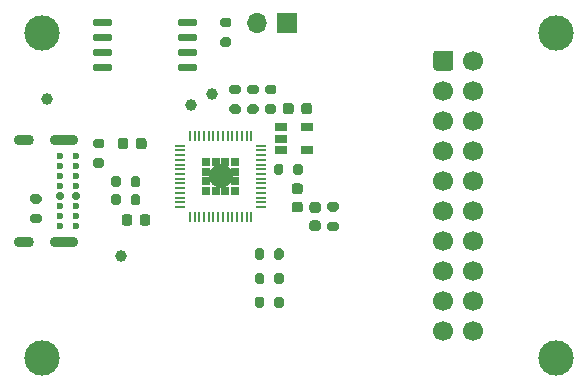
<source format=gbs>
G04 #@! TF.GenerationSoftware,KiCad,Pcbnew,(5.1.10-1-10_14)*
G04 #@! TF.CreationDate,2022-06-04T01:49:53+09:00*
G04 #@! TF.ProjectId,cmsis-dap_rp2040,636d7369-732d-4646-9170-5f7270323034,rev?*
G04 #@! TF.SameCoordinates,Original*
G04 #@! TF.FileFunction,Soldermask,Bot*
G04 #@! TF.FilePolarity,Negative*
%FSLAX46Y46*%
G04 Gerber Fmt 4.6, Leading zero omitted, Abs format (unit mm)*
G04 Created by KiCad (PCBNEW (5.1.10-1-10_14)) date 2022-06-04 01:49:53*
%MOMM*%
%LPD*%
G01*
G04 APERTURE LIST*
%ADD10C,2.000000*%
%ADD11R,0.800000X0.800000*%
%ADD12O,0.875000X0.200000*%
%ADD13O,0.200000X0.875000*%
%ADD14C,1.000000*%
%ADD15O,1.700000X1.700000*%
%ADD16R,1.700000X1.700000*%
%ADD17C,1.700000*%
%ADD18R,1.060000X0.650000*%
%ADD19O,1.700000X0.900000*%
%ADD20O,2.400000X0.900000*%
%ADD21C,0.700000*%
%ADD22C,0.600000*%
%ADD23C,3.000000*%
G04 APERTURE END LIST*
G04 #@! TO.C,C16*
G36*
G01*
X110565000Y-62340000D02*
X110565000Y-62840000D01*
G75*
G02*
X110340000Y-63065000I-225000J0D01*
G01*
X109890000Y-63065000D01*
G75*
G02*
X109665000Y-62840000I0J225000D01*
G01*
X109665000Y-62340000D01*
G75*
G02*
X109890000Y-62115000I225000J0D01*
G01*
X110340000Y-62115000D01*
G75*
G02*
X110565000Y-62340000I0J-225000D01*
G01*
G37*
G36*
G01*
X112115000Y-62340000D02*
X112115000Y-62840000D01*
G75*
G02*
X111890000Y-63065000I-225000J0D01*
G01*
X111440000Y-63065000D01*
G75*
G02*
X111215000Y-62840000I0J225000D01*
G01*
X111215000Y-62340000D01*
G75*
G02*
X111440000Y-62115000I225000J0D01*
G01*
X111890000Y-62115000D01*
G75*
G02*
X112115000Y-62340000I0J-225000D01*
G01*
G37*
G04 #@! TD*
D10*
G04 #@! TO.C,U3*
X118380000Y-65360000D03*
D11*
X119580000Y-66560000D03*
X118780000Y-66560000D03*
X117980000Y-66560000D03*
X117180000Y-66560000D03*
X119580000Y-65760000D03*
X118780000Y-65760000D03*
X117980000Y-65760000D03*
X117180000Y-65760000D03*
X119580000Y-64960000D03*
X118780000Y-64960000D03*
X117980000Y-64960000D03*
X117180000Y-64960000D03*
X119580000Y-64160000D03*
X118780000Y-64160000D03*
X117980000Y-64160000D03*
X117180000Y-64160000D03*
D12*
X114942500Y-62760000D03*
X114942500Y-63160000D03*
X114942500Y-63560000D03*
X114942500Y-63960000D03*
X114942500Y-64360000D03*
X114942500Y-64760000D03*
X114942500Y-65160000D03*
X114942500Y-65560000D03*
X114942500Y-65960000D03*
X114942500Y-66360000D03*
X114942500Y-66760000D03*
X114942500Y-67160000D03*
X114942500Y-67560000D03*
X114942500Y-67960000D03*
D13*
X115780000Y-68797500D03*
X116180000Y-68797500D03*
X116580000Y-68797500D03*
X116980000Y-68797500D03*
X117380000Y-68797500D03*
X117780000Y-68797500D03*
X118180000Y-68797500D03*
X118580000Y-68797500D03*
X118980000Y-68797500D03*
X119380000Y-68797500D03*
X119780000Y-68797500D03*
X120180000Y-68797500D03*
X120580000Y-68797500D03*
X120980000Y-68797500D03*
D12*
X121817500Y-67960000D03*
X121817500Y-67560000D03*
X121817500Y-67160000D03*
X121817500Y-66760000D03*
X121817500Y-66360000D03*
X121817500Y-65960000D03*
X121817500Y-65560000D03*
X121817500Y-65160000D03*
X121817500Y-64760000D03*
X121817500Y-64360000D03*
X121817500Y-63960000D03*
X121817500Y-63560000D03*
X121817500Y-63160000D03*
X121817500Y-62760000D03*
D13*
X120980000Y-61922500D03*
X120580000Y-61922500D03*
X120180000Y-61922500D03*
X119780000Y-61922500D03*
X119380000Y-61922500D03*
X118980000Y-61922500D03*
X118580000Y-61922500D03*
X118180000Y-61922500D03*
X117780000Y-61922500D03*
X117380000Y-61922500D03*
X116980000Y-61922500D03*
X116580000Y-61922500D03*
X116180000Y-61922500D03*
X115780000Y-61922500D03*
G04 #@! TD*
D14*
G04 #@! TO.C,TP10*
X103690000Y-58820000D03*
G04 #@! TD*
G04 #@! TO.C,TP9*
X117640000Y-58370000D03*
G04 #@! TD*
G04 #@! TO.C,TP8*
X115840000Y-59340000D03*
G04 #@! TD*
G04 #@! TO.C,R12*
G36*
G01*
X123705000Y-64485000D02*
X123705000Y-65035000D01*
G75*
G02*
X123505000Y-65235000I-200000J0D01*
G01*
X123105000Y-65235000D01*
G75*
G02*
X122905000Y-65035000I0J200000D01*
G01*
X122905000Y-64485000D01*
G75*
G02*
X123105000Y-64285000I200000J0D01*
G01*
X123505000Y-64285000D01*
G75*
G02*
X123705000Y-64485000I0J-200000D01*
G01*
G37*
G36*
G01*
X125355000Y-64485000D02*
X125355000Y-65035000D01*
G75*
G02*
X125155000Y-65235000I-200000J0D01*
G01*
X124755000Y-65235000D01*
G75*
G02*
X124555000Y-65035000I0J200000D01*
G01*
X124555000Y-64485000D01*
G75*
G02*
X124755000Y-64285000I200000J0D01*
G01*
X125155000Y-64285000D01*
G75*
G02*
X125355000Y-64485000I0J-200000D01*
G01*
G37*
G04 #@! TD*
D15*
G04 #@! TO.C,J2*
X121440000Y-52350000D03*
D16*
X123980000Y-52350000D03*
G04 #@! TD*
G04 #@! TO.C,U2*
G36*
G01*
X109180000Y-52195000D02*
X109180000Y-52495000D01*
G75*
G02*
X109030000Y-52645000I-150000J0D01*
G01*
X107730000Y-52645000D01*
G75*
G02*
X107580000Y-52495000I0J150000D01*
G01*
X107580000Y-52195000D01*
G75*
G02*
X107730000Y-52045000I150000J0D01*
G01*
X109030000Y-52045000D01*
G75*
G02*
X109180000Y-52195000I0J-150000D01*
G01*
G37*
G36*
G01*
X109180000Y-53465000D02*
X109180000Y-53765000D01*
G75*
G02*
X109030000Y-53915000I-150000J0D01*
G01*
X107730000Y-53915000D01*
G75*
G02*
X107580000Y-53765000I0J150000D01*
G01*
X107580000Y-53465000D01*
G75*
G02*
X107730000Y-53315000I150000J0D01*
G01*
X109030000Y-53315000D01*
G75*
G02*
X109180000Y-53465000I0J-150000D01*
G01*
G37*
G36*
G01*
X109180000Y-54735000D02*
X109180000Y-55035000D01*
G75*
G02*
X109030000Y-55185000I-150000J0D01*
G01*
X107730000Y-55185000D01*
G75*
G02*
X107580000Y-55035000I0J150000D01*
G01*
X107580000Y-54735000D01*
G75*
G02*
X107730000Y-54585000I150000J0D01*
G01*
X109030000Y-54585000D01*
G75*
G02*
X109180000Y-54735000I0J-150000D01*
G01*
G37*
G36*
G01*
X109180000Y-56005000D02*
X109180000Y-56305000D01*
G75*
G02*
X109030000Y-56455000I-150000J0D01*
G01*
X107730000Y-56455000D01*
G75*
G02*
X107580000Y-56305000I0J150000D01*
G01*
X107580000Y-56005000D01*
G75*
G02*
X107730000Y-55855000I150000J0D01*
G01*
X109030000Y-55855000D01*
G75*
G02*
X109180000Y-56005000I0J-150000D01*
G01*
G37*
G36*
G01*
X116380000Y-56005000D02*
X116380000Y-56305000D01*
G75*
G02*
X116230000Y-56455000I-150000J0D01*
G01*
X114930000Y-56455000D01*
G75*
G02*
X114780000Y-56305000I0J150000D01*
G01*
X114780000Y-56005000D01*
G75*
G02*
X114930000Y-55855000I150000J0D01*
G01*
X116230000Y-55855000D01*
G75*
G02*
X116380000Y-56005000I0J-150000D01*
G01*
G37*
G36*
G01*
X116380000Y-54735000D02*
X116380000Y-55035000D01*
G75*
G02*
X116230000Y-55185000I-150000J0D01*
G01*
X114930000Y-55185000D01*
G75*
G02*
X114780000Y-55035000I0J150000D01*
G01*
X114780000Y-54735000D01*
G75*
G02*
X114930000Y-54585000I150000J0D01*
G01*
X116230000Y-54585000D01*
G75*
G02*
X116380000Y-54735000I0J-150000D01*
G01*
G37*
G36*
G01*
X116380000Y-53465000D02*
X116380000Y-53765000D01*
G75*
G02*
X116230000Y-53915000I-150000J0D01*
G01*
X114930000Y-53915000D01*
G75*
G02*
X114780000Y-53765000I0J150000D01*
G01*
X114780000Y-53465000D01*
G75*
G02*
X114930000Y-53315000I150000J0D01*
G01*
X116230000Y-53315000D01*
G75*
G02*
X116380000Y-53465000I0J-150000D01*
G01*
G37*
G36*
G01*
X116380000Y-52195000D02*
X116380000Y-52495000D01*
G75*
G02*
X116230000Y-52645000I-150000J0D01*
G01*
X114930000Y-52645000D01*
G75*
G02*
X114780000Y-52495000I0J150000D01*
G01*
X114780000Y-52195000D01*
G75*
G02*
X114930000Y-52045000I150000J0D01*
G01*
X116230000Y-52045000D01*
G75*
G02*
X116380000Y-52195000I0J-150000D01*
G01*
G37*
G04 #@! TD*
G04 #@! TO.C,R16*
G36*
G01*
X121395000Y-60065000D02*
X120845000Y-60065000D01*
G75*
G02*
X120645000Y-59865000I0J200000D01*
G01*
X120645000Y-59465000D01*
G75*
G02*
X120845000Y-59265000I200000J0D01*
G01*
X121395000Y-59265000D01*
G75*
G02*
X121595000Y-59465000I0J-200000D01*
G01*
X121595000Y-59865000D01*
G75*
G02*
X121395000Y-60065000I-200000J0D01*
G01*
G37*
G36*
G01*
X121395000Y-58415000D02*
X120845000Y-58415000D01*
G75*
G02*
X120645000Y-58215000I0J200000D01*
G01*
X120645000Y-57815000D01*
G75*
G02*
X120845000Y-57615000I200000J0D01*
G01*
X121395000Y-57615000D01*
G75*
G02*
X121595000Y-57815000I0J-200000D01*
G01*
X121595000Y-58215000D01*
G75*
G02*
X121395000Y-58415000I-200000J0D01*
G01*
G37*
G04 #@! TD*
G04 #@! TO.C,R15*
G36*
G01*
X122935000Y-74295000D02*
X122935000Y-73745000D01*
G75*
G02*
X123135000Y-73545000I200000J0D01*
G01*
X123535000Y-73545000D01*
G75*
G02*
X123735000Y-73745000I0J-200000D01*
G01*
X123735000Y-74295000D01*
G75*
G02*
X123535000Y-74495000I-200000J0D01*
G01*
X123135000Y-74495000D01*
G75*
G02*
X122935000Y-74295000I0J200000D01*
G01*
G37*
G36*
G01*
X121285000Y-74295000D02*
X121285000Y-73745000D01*
G75*
G02*
X121485000Y-73545000I200000J0D01*
G01*
X121885000Y-73545000D01*
G75*
G02*
X122085000Y-73745000I0J-200000D01*
G01*
X122085000Y-74295000D01*
G75*
G02*
X121885000Y-74495000I-200000J0D01*
G01*
X121485000Y-74495000D01*
G75*
G02*
X121285000Y-74295000I0J200000D01*
G01*
G37*
G04 #@! TD*
G04 #@! TO.C,R14*
G36*
G01*
X122905000Y-60055000D02*
X122355000Y-60055000D01*
G75*
G02*
X122155000Y-59855000I0J200000D01*
G01*
X122155000Y-59455000D01*
G75*
G02*
X122355000Y-59255000I200000J0D01*
G01*
X122905000Y-59255000D01*
G75*
G02*
X123105000Y-59455000I0J-200000D01*
G01*
X123105000Y-59855000D01*
G75*
G02*
X122905000Y-60055000I-200000J0D01*
G01*
G37*
G36*
G01*
X122905000Y-58405000D02*
X122355000Y-58405000D01*
G75*
G02*
X122155000Y-58205000I0J200000D01*
G01*
X122155000Y-57805000D01*
G75*
G02*
X122355000Y-57605000I200000J0D01*
G01*
X122905000Y-57605000D01*
G75*
G02*
X123105000Y-57805000I0J-200000D01*
G01*
X123105000Y-58205000D01*
G75*
G02*
X122905000Y-58405000I-200000J0D01*
G01*
G37*
G04 #@! TD*
G04 #@! TO.C,R13*
G36*
G01*
X122925000Y-72215000D02*
X122925000Y-71665000D01*
G75*
G02*
X123125000Y-71465000I200000J0D01*
G01*
X123525000Y-71465000D01*
G75*
G02*
X123725000Y-71665000I0J-200000D01*
G01*
X123725000Y-72215000D01*
G75*
G02*
X123525000Y-72415000I-200000J0D01*
G01*
X123125000Y-72415000D01*
G75*
G02*
X122925000Y-72215000I0J200000D01*
G01*
G37*
G36*
G01*
X121275000Y-72215000D02*
X121275000Y-71665000D01*
G75*
G02*
X121475000Y-71465000I200000J0D01*
G01*
X121875000Y-71465000D01*
G75*
G02*
X122075000Y-71665000I0J-200000D01*
G01*
X122075000Y-72215000D01*
G75*
G02*
X121875000Y-72415000I-200000J0D01*
G01*
X121475000Y-72415000D01*
G75*
G02*
X121275000Y-72215000I0J200000D01*
G01*
G37*
G04 #@! TD*
G04 #@! TO.C,R11*
G36*
G01*
X122945000Y-76295000D02*
X122945000Y-75745000D01*
G75*
G02*
X123145000Y-75545000I200000J0D01*
G01*
X123545000Y-75545000D01*
G75*
G02*
X123745000Y-75745000I0J-200000D01*
G01*
X123745000Y-76295000D01*
G75*
G02*
X123545000Y-76495000I-200000J0D01*
G01*
X123145000Y-76495000D01*
G75*
G02*
X122945000Y-76295000I0J200000D01*
G01*
G37*
G36*
G01*
X121295000Y-76295000D02*
X121295000Y-75745000D01*
G75*
G02*
X121495000Y-75545000I200000J0D01*
G01*
X121895000Y-75545000D01*
G75*
G02*
X122095000Y-75745000I0J-200000D01*
G01*
X122095000Y-76295000D01*
G75*
G02*
X121895000Y-76495000I-200000J0D01*
G01*
X121495000Y-76495000D01*
G75*
G02*
X121295000Y-76295000I0J200000D01*
G01*
G37*
G04 #@! TD*
G04 #@! TO.C,R9*
G36*
G01*
X119885000Y-58415000D02*
X119335000Y-58415000D01*
G75*
G02*
X119135000Y-58215000I0J200000D01*
G01*
X119135000Y-57815000D01*
G75*
G02*
X119335000Y-57615000I200000J0D01*
G01*
X119885000Y-57615000D01*
G75*
G02*
X120085000Y-57815000I0J-200000D01*
G01*
X120085000Y-58215000D01*
G75*
G02*
X119885000Y-58415000I-200000J0D01*
G01*
G37*
G36*
G01*
X119885000Y-60065000D02*
X119335000Y-60065000D01*
G75*
G02*
X119135000Y-59865000I0J200000D01*
G01*
X119135000Y-59465000D01*
G75*
G02*
X119335000Y-59265000I200000J0D01*
G01*
X119885000Y-59265000D01*
G75*
G02*
X120085000Y-59465000I0J-200000D01*
G01*
X120085000Y-59865000D01*
G75*
G02*
X119885000Y-60065000I-200000J0D01*
G01*
G37*
G04 #@! TD*
D14*
G04 #@! TO.C,TP7*
X109982000Y-72136000D03*
G04 #@! TD*
D17*
G04 #@! TO.C,J4*
X139790000Y-78420000D03*
X139790000Y-75880000D03*
X139790000Y-73340000D03*
X139790000Y-70800000D03*
X139790000Y-68260000D03*
X139790000Y-65720000D03*
X139790000Y-63180000D03*
X139790000Y-60640000D03*
X139790000Y-58100000D03*
X139790000Y-55560000D03*
X137250000Y-78420000D03*
X137250000Y-75880000D03*
X137250000Y-73340000D03*
X137250000Y-70800000D03*
X137250000Y-68260000D03*
X137250000Y-65720000D03*
X137250000Y-63180000D03*
X137250000Y-60640000D03*
X137250000Y-58100000D03*
G36*
G01*
X136400000Y-56160000D02*
X136400000Y-54960000D01*
G75*
G02*
X136650000Y-54710000I250000J0D01*
G01*
X137850000Y-54710000D01*
G75*
G02*
X138100000Y-54960000I0J-250000D01*
G01*
X138100000Y-56160000D01*
G75*
G02*
X137850000Y-56410000I-250000J0D01*
G01*
X136650000Y-56410000D01*
G75*
G02*
X136400000Y-56160000I0J250000D01*
G01*
G37*
G04 #@! TD*
D18*
G04 #@! TO.C,U1*
X125670000Y-63110000D03*
X125670000Y-61210000D03*
X123470000Y-61210000D03*
X123470000Y-62160000D03*
X123470000Y-63110000D03*
G04 #@! TD*
G04 #@! TO.C,R8*
G36*
G01*
X128175000Y-68345000D02*
X127625000Y-68345000D01*
G75*
G02*
X127425000Y-68145000I0J200000D01*
G01*
X127425000Y-67745000D01*
G75*
G02*
X127625000Y-67545000I200000J0D01*
G01*
X128175000Y-67545000D01*
G75*
G02*
X128375000Y-67745000I0J-200000D01*
G01*
X128375000Y-68145000D01*
G75*
G02*
X128175000Y-68345000I-200000J0D01*
G01*
G37*
G36*
G01*
X128175000Y-69995000D02*
X127625000Y-69995000D01*
G75*
G02*
X127425000Y-69795000I0J200000D01*
G01*
X127425000Y-69395000D01*
G75*
G02*
X127625000Y-69195000I200000J0D01*
G01*
X128175000Y-69195000D01*
G75*
G02*
X128375000Y-69395000I0J-200000D01*
G01*
X128375000Y-69795000D01*
G75*
G02*
X128175000Y-69995000I-200000J0D01*
G01*
G37*
G04 #@! TD*
G04 #@! TO.C,R6*
G36*
G01*
X109925000Y-65555000D02*
X109925000Y-66105000D01*
G75*
G02*
X109725000Y-66305000I-200000J0D01*
G01*
X109325000Y-66305000D01*
G75*
G02*
X109125000Y-66105000I0J200000D01*
G01*
X109125000Y-65555000D01*
G75*
G02*
X109325000Y-65355000I200000J0D01*
G01*
X109725000Y-65355000D01*
G75*
G02*
X109925000Y-65555000I0J-200000D01*
G01*
G37*
G36*
G01*
X111575000Y-65555000D02*
X111575000Y-66105000D01*
G75*
G02*
X111375000Y-66305000I-200000J0D01*
G01*
X110975000Y-66305000D01*
G75*
G02*
X110775000Y-66105000I0J200000D01*
G01*
X110775000Y-65555000D01*
G75*
G02*
X110975000Y-65355000I200000J0D01*
G01*
X111375000Y-65355000D01*
G75*
G02*
X111575000Y-65555000I0J-200000D01*
G01*
G37*
G04 #@! TD*
G04 #@! TO.C,R5*
G36*
G01*
X109925000Y-67055000D02*
X109925000Y-67605000D01*
G75*
G02*
X109725000Y-67805000I-200000J0D01*
G01*
X109325000Y-67805000D01*
G75*
G02*
X109125000Y-67605000I0J200000D01*
G01*
X109125000Y-67055000D01*
G75*
G02*
X109325000Y-66855000I200000J0D01*
G01*
X109725000Y-66855000D01*
G75*
G02*
X109925000Y-67055000I0J-200000D01*
G01*
G37*
G36*
G01*
X111575000Y-67055000D02*
X111575000Y-67605000D01*
G75*
G02*
X111375000Y-67805000I-200000J0D01*
G01*
X110975000Y-67805000D01*
G75*
G02*
X110775000Y-67605000I0J200000D01*
G01*
X110775000Y-67055000D01*
G75*
G02*
X110975000Y-66855000I200000J0D01*
G01*
X111375000Y-66855000D01*
G75*
G02*
X111575000Y-67055000I0J-200000D01*
G01*
G37*
G04 #@! TD*
G04 #@! TO.C,R4*
G36*
G01*
X103025000Y-67675000D02*
X102475000Y-67675000D01*
G75*
G02*
X102275000Y-67475000I0J200000D01*
G01*
X102275000Y-67075000D01*
G75*
G02*
X102475000Y-66875000I200000J0D01*
G01*
X103025000Y-66875000D01*
G75*
G02*
X103225000Y-67075000I0J-200000D01*
G01*
X103225000Y-67475000D01*
G75*
G02*
X103025000Y-67675000I-200000J0D01*
G01*
G37*
G36*
G01*
X103025000Y-69325000D02*
X102475000Y-69325000D01*
G75*
G02*
X102275000Y-69125000I0J200000D01*
G01*
X102275000Y-68725000D01*
G75*
G02*
X102475000Y-68525000I200000J0D01*
G01*
X103025000Y-68525000D01*
G75*
G02*
X103225000Y-68725000I0J-200000D01*
G01*
X103225000Y-69125000D01*
G75*
G02*
X103025000Y-69325000I-200000J0D01*
G01*
G37*
G04 #@! TD*
G04 #@! TO.C,R3*
G36*
G01*
X107785000Y-63835000D02*
X108335000Y-63835000D01*
G75*
G02*
X108535000Y-64035000I0J-200000D01*
G01*
X108535000Y-64435000D01*
G75*
G02*
X108335000Y-64635000I-200000J0D01*
G01*
X107785000Y-64635000D01*
G75*
G02*
X107585000Y-64435000I0J200000D01*
G01*
X107585000Y-64035000D01*
G75*
G02*
X107785000Y-63835000I200000J0D01*
G01*
G37*
G36*
G01*
X107785000Y-62185000D02*
X108335000Y-62185000D01*
G75*
G02*
X108535000Y-62385000I0J-200000D01*
G01*
X108535000Y-62785000D01*
G75*
G02*
X108335000Y-62985000I-200000J0D01*
G01*
X107785000Y-62985000D01*
G75*
G02*
X107585000Y-62785000I0J200000D01*
G01*
X107585000Y-62385000D01*
G75*
G02*
X107785000Y-62185000I200000J0D01*
G01*
G37*
G04 #@! TD*
G04 #@! TO.C,R2*
G36*
G01*
X118555000Y-53595000D02*
X119105000Y-53595000D01*
G75*
G02*
X119305000Y-53795000I0J-200000D01*
G01*
X119305000Y-54195000D01*
G75*
G02*
X119105000Y-54395000I-200000J0D01*
G01*
X118555000Y-54395000D01*
G75*
G02*
X118355000Y-54195000I0J200000D01*
G01*
X118355000Y-53795000D01*
G75*
G02*
X118555000Y-53595000I200000J0D01*
G01*
G37*
G36*
G01*
X118555000Y-51945000D02*
X119105000Y-51945000D01*
G75*
G02*
X119305000Y-52145000I0J-200000D01*
G01*
X119305000Y-52545000D01*
G75*
G02*
X119105000Y-52745000I-200000J0D01*
G01*
X118555000Y-52745000D01*
G75*
G02*
X118355000Y-52545000I0J200000D01*
G01*
X118355000Y-52145000D01*
G75*
G02*
X118555000Y-51945000I200000J0D01*
G01*
G37*
G04 #@! TD*
D19*
G04 #@! TO.C,J1*
X101740000Y-70900000D03*
X101740000Y-62250000D03*
D20*
X105120000Y-70900000D03*
X105120000Y-62250000D03*
D21*
X104750000Y-67000000D03*
D22*
X104750000Y-69550000D03*
X104750000Y-68700000D03*
X104750000Y-67850000D03*
X104750000Y-63600000D03*
X104750000Y-65300000D03*
X104750000Y-66150000D03*
X104750000Y-64450000D03*
X106100000Y-69550000D03*
X106100000Y-68700000D03*
X106100000Y-67850000D03*
D21*
X106100000Y-67000000D03*
D22*
X106100000Y-66150000D03*
X106100000Y-65300000D03*
X106100000Y-64450000D03*
X106100000Y-63600000D03*
G04 #@! TD*
D23*
G04 #@! TO.C,H4*
X146750000Y-53250000D03*
G04 #@! TD*
G04 #@! TO.C,H3*
X103250000Y-80750000D03*
G04 #@! TD*
G04 #@! TO.C,H2*
X146750000Y-80750000D03*
G04 #@! TD*
G04 #@! TO.C,H1*
X103250000Y-53250000D03*
G04 #@! TD*
G04 #@! TO.C,C14*
G36*
G01*
X124620000Y-67515000D02*
X125120000Y-67515000D01*
G75*
G02*
X125345000Y-67740000I0J-225000D01*
G01*
X125345000Y-68190000D01*
G75*
G02*
X125120000Y-68415000I-225000J0D01*
G01*
X124620000Y-68415000D01*
G75*
G02*
X124395000Y-68190000I0J225000D01*
G01*
X124395000Y-67740000D01*
G75*
G02*
X124620000Y-67515000I225000J0D01*
G01*
G37*
G36*
G01*
X124620000Y-65965000D02*
X125120000Y-65965000D01*
G75*
G02*
X125345000Y-66190000I0J-225000D01*
G01*
X125345000Y-66640000D01*
G75*
G02*
X125120000Y-66865000I-225000J0D01*
G01*
X124620000Y-66865000D01*
G75*
G02*
X124395000Y-66640000I0J225000D01*
G01*
X124395000Y-66190000D01*
G75*
G02*
X124620000Y-65965000I225000J0D01*
G01*
G37*
G04 #@! TD*
G04 #@! TO.C,C12*
G36*
G01*
X112445000Y-68810000D02*
X112445000Y-69310000D01*
G75*
G02*
X112220000Y-69535000I-225000J0D01*
G01*
X111770000Y-69535000D01*
G75*
G02*
X111545000Y-69310000I0J225000D01*
G01*
X111545000Y-68810000D01*
G75*
G02*
X111770000Y-68585000I225000J0D01*
G01*
X112220000Y-68585000D01*
G75*
G02*
X112445000Y-68810000I0J-225000D01*
G01*
G37*
G36*
G01*
X110895000Y-68810000D02*
X110895000Y-69310000D01*
G75*
G02*
X110670000Y-69535000I-225000J0D01*
G01*
X110220000Y-69535000D01*
G75*
G02*
X109995000Y-69310000I0J225000D01*
G01*
X109995000Y-68810000D01*
G75*
G02*
X110220000Y-68585000I225000J0D01*
G01*
X110670000Y-68585000D01*
G75*
G02*
X110895000Y-68810000I0J-225000D01*
G01*
G37*
G04 #@! TD*
G04 #@! TO.C,C7*
G36*
G01*
X126130000Y-69095000D02*
X126630000Y-69095000D01*
G75*
G02*
X126855000Y-69320000I0J-225000D01*
G01*
X126855000Y-69770000D01*
G75*
G02*
X126630000Y-69995000I-225000J0D01*
G01*
X126130000Y-69995000D01*
G75*
G02*
X125905000Y-69770000I0J225000D01*
G01*
X125905000Y-69320000D01*
G75*
G02*
X126130000Y-69095000I225000J0D01*
G01*
G37*
G36*
G01*
X126130000Y-67545000D02*
X126630000Y-67545000D01*
G75*
G02*
X126855000Y-67770000I0J-225000D01*
G01*
X126855000Y-68220000D01*
G75*
G02*
X126630000Y-68445000I-225000J0D01*
G01*
X126130000Y-68445000D01*
G75*
G02*
X125905000Y-68220000I0J225000D01*
G01*
X125905000Y-67770000D01*
G75*
G02*
X126130000Y-67545000I225000J0D01*
G01*
G37*
G04 #@! TD*
G04 #@! TO.C,C2*
G36*
G01*
X124565000Y-59370000D02*
X124565000Y-59870000D01*
G75*
G02*
X124340000Y-60095000I-225000J0D01*
G01*
X123890000Y-60095000D01*
G75*
G02*
X123665000Y-59870000I0J225000D01*
G01*
X123665000Y-59370000D01*
G75*
G02*
X123890000Y-59145000I225000J0D01*
G01*
X124340000Y-59145000D01*
G75*
G02*
X124565000Y-59370000I0J-225000D01*
G01*
G37*
G36*
G01*
X126115000Y-59370000D02*
X126115000Y-59870000D01*
G75*
G02*
X125890000Y-60095000I-225000J0D01*
G01*
X125440000Y-60095000D01*
G75*
G02*
X125215000Y-59870000I0J225000D01*
G01*
X125215000Y-59370000D01*
G75*
G02*
X125440000Y-59145000I225000J0D01*
G01*
X125890000Y-59145000D01*
G75*
G02*
X126115000Y-59370000I0J-225000D01*
G01*
G37*
G04 #@! TD*
M02*

</source>
